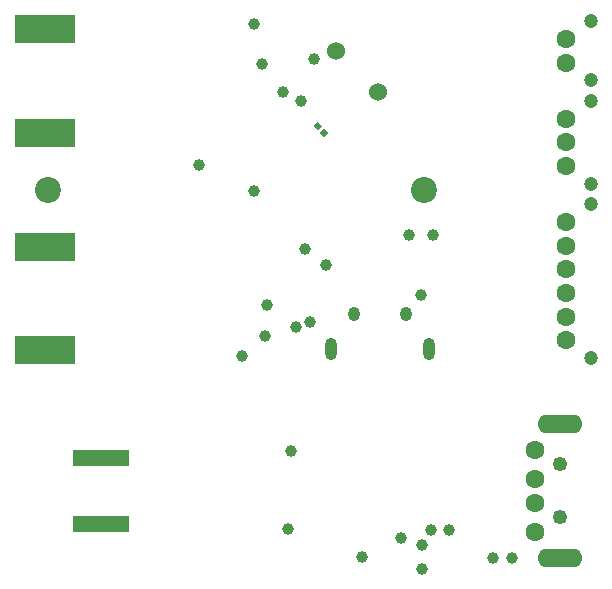
<source format=gbs>
G04 #@! TF.FileFunction,Soldermask,Bot*
%FSLAX46Y46*%
G04 Gerber Fmt 4.6, Leading zero omitted, Abs format (unit mm)*
G04 Created by KiCad (PCBNEW 4.0.2-4+6225~38~ubuntu14.04.1-stable) date Sun 08 May 2016 20:50:49 BST*
%MOMM*%
G01*
G04 APERTURE LIST*
%ADD10C,0.100000*%
%ADD11R,5.080000X2.413000*%
%ADD12C,1.524000*%
%ADD13C,1.200000*%
%ADD14C,1.600000*%
%ADD15C,2.200000*%
%ADD16O,1.000000X1.250000*%
%ADD17O,1.000000X1.900000*%
%ADD18C,1.000000*%
%ADD19O,3.800000X1.600000*%
%ADD20C,1.250000*%
%ADD21R,4.700000X1.350000*%
G04 APERTURE END LIST*
D10*
D11*
X107750000Y-79081500D03*
X107750000Y-70318500D03*
X107750000Y-60681500D03*
X107750000Y-51918500D03*
D12*
X132432233Y-53732233D03*
X135967767Y-57267767D03*
D10*
G36*
X130506618Y-60114314D02*
X130874314Y-59746618D01*
X131242010Y-60114314D01*
X130874314Y-60482010D01*
X130506618Y-60114314D01*
X130506618Y-60114314D01*
G37*
G36*
X131072304Y-60680000D02*
X131440000Y-60312304D01*
X131807696Y-60680000D01*
X131440000Y-61047696D01*
X131072304Y-60680000D01*
X131072304Y-60680000D01*
G37*
D13*
X154000000Y-65000000D03*
X154000000Y-58000000D03*
D14*
X151900000Y-63500000D03*
X151900000Y-61500000D03*
X151900000Y-59500000D03*
D13*
X154000000Y-56249999D03*
X154000000Y-51249999D03*
D14*
X151900000Y-54749999D03*
X151900000Y-52749999D03*
D13*
X154000001Y-79750000D03*
X154000001Y-66750000D03*
D14*
X151900001Y-78250000D03*
X151900001Y-76250000D03*
X151900001Y-74250000D03*
X151900001Y-72250000D03*
X151900001Y-70250000D03*
X151900001Y-68250000D03*
D15*
X107999999Y-65500000D03*
X139900000Y-65500000D03*
D16*
X138375000Y-76000000D03*
X133925000Y-76000000D03*
D17*
X140325000Y-79000000D03*
X131975000Y-79000000D03*
D18*
X139605000Y-74440000D03*
X140621000Y-69360000D03*
X138589000Y-69360000D03*
X124500000Y-79550000D03*
X126400000Y-77900000D03*
X126600000Y-75300000D03*
X131600000Y-71900000D03*
X129000000Y-77100000D03*
X129800000Y-70500000D03*
X130250000Y-76700000D03*
X127950000Y-57250000D03*
X126150000Y-54900000D03*
X129450000Y-57950000D03*
X130549999Y-54450000D03*
X125500000Y-65600000D03*
X120800000Y-63400000D03*
X125450000Y-51500000D03*
D19*
X151400000Y-96700000D03*
X151400000Y-85300000D03*
D20*
X151400000Y-93250000D03*
X151400000Y-88750000D03*
D14*
X149300000Y-92000000D03*
X149300000Y-90000000D03*
X149300000Y-87500000D03*
X149300000Y-94500000D03*
D21*
X112500000Y-88175000D03*
X112500000Y-93825000D03*
D18*
X134660000Y-96605000D03*
X139740000Y-97621000D03*
X139740000Y-95589000D03*
X137900000Y-95000000D03*
X147300000Y-96650000D03*
X128400000Y-94250000D03*
X128650000Y-87650000D03*
X142000000Y-94300000D03*
X145700000Y-96650000D03*
X140450000Y-94300000D03*
M02*

</source>
